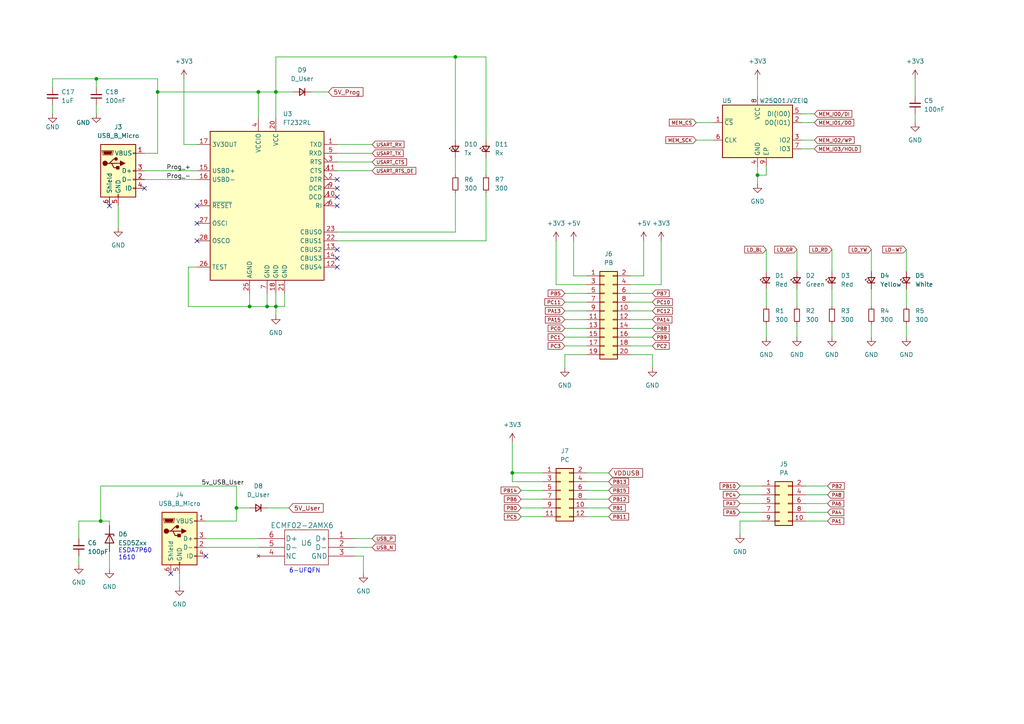
<source format=kicad_sch>
(kicad_sch (version 20211123) (generator eeschema)
  (paper "A4")
  (lib_symbols
    (symbol "Connector:USB_B_Micro" (pin_names (offset 1.016))
      (property "Reference" "J" (at -5.08 11.43 0))
      (property "Value" "USB_B_Micro" (at -5.08 8.89 0))
      (symbol "USB_B_Micro_0_1"
        (rectangle (start -5.08 -7.62) (end 5.08 7.62) (stroke (width 0.254)) (fill (type background)))
        (circle (center -3.81 2.159) (radius 0.635) (stroke (width 0.254)) (fill (type outline)))
        (circle (center -0.635 3.429) (radius 0.381) (stroke (width 0.254)) (fill (type outline)))
        (rectangle (start -0.127 -7.62) (end 0.127 -6.858))
        (polyline (pts (xy -1.905 2.159) (xy 0.635 2.159)) (stroke (width 0.254)))
        (polyline (pts (xy -3.175 2.159) (xy -2.54 2.159) (xy -1.27 3.429) (xy -0.635 3.429)) (stroke (width 0.254)))
        (polyline (pts (xy -2.54 2.159) (xy -1.905 2.159) (xy -1.27 0.889) (xy 0 0.889)) (stroke (width 0.254)))
        (polyline (pts (xy 0.635 2.794) (xy 0.635 1.524) (xy 1.905 2.159) (xy 0.635 2.794)) (stroke (width 0.254)) (fill (type outline)))
        (polyline (pts (xy -4.318 5.588) (xy -1.778 5.588) (xy -2.032 4.826) (xy -4.064 4.826) (xy -4.318 5.588)) (fill (type outline)))
        (polyline (pts (xy -4.699 5.842) (xy -4.699 5.588) (xy -4.445 4.826) (xy -4.445 4.572) (xy -1.651 4.572) (xy -1.651 4.826) (xy -1.397 5.588) (xy -1.397 5.842) (xy -4.699 5.842)))
        (rectangle (start 0.254 1.27) (end -0.508 0.508) (stroke (width 0.254)) (fill (type outline)))
        (rectangle (start 5.08 -5.207) (end 4.318 -4.953))
        (rectangle (start 5.08 -2.667) (end 4.318 -2.413))
        (rectangle (start 5.08 -0.127) (end 4.318 0.127))
        (rectangle (start 5.08 4.953) (end 4.318 5.207))
      )
      (symbol "USB_B_Micro_1_1"
        (pin power_out line (at 7.62 5.08 180) (length 2.54) (name "VBUS") (number "1"))
        (pin bidirectional line (at 7.62 -2.54 180) (length 2.54) (name "D-") (number "2"))
        (pin bidirectional line (at 7.62 0 180) (length 2.54) (name "D+") (number "3"))
        (pin passive line (at 7.62 -5.08 180) (length 2.54) (name "ID") (number "4"))
        (pin power_out line (at 0 -10.16 90) (length 2.54) (name "GND") (number "5"))
        (pin passive line (at -2.54 -10.16 90) (length 2.54) (name "Shield") (number "6"))
      )
    )
    (symbol "Connector_Generic:Conn_02x05_Odd_Even" (pin_names (offset 1.016) hide)
      (property "Reference" "J" (at 1.27 7.62 0))
      (property "Value" "Conn_02x05_Odd_Even" (at 1.27 -7.62 0))
      (symbol "Conn_02x05_Odd_Even_1_1"
        (rectangle (start -1.27 -4.953) (end 0 -5.207) (stroke (width 0.1524)))
        (rectangle (start -1.27 -2.413) (end 0 -2.667) (stroke (width 0.1524)))
        (rectangle (start -1.27 0.127) (end 0 -0.127) (stroke (width 0.1524)))
        (rectangle (start -1.27 2.667) (end 0 2.413) (stroke (width 0.1524)))
        (rectangle (start -1.27 5.207) (end 0 4.953) (stroke (width 0.1524)))
        (rectangle (start -1.27 6.35) (end 3.81 -6.35) (stroke (width 0.254)) (fill (type background)))
        (rectangle (start 3.81 -4.953) (end 2.54 -5.207) (stroke (width 0.1524)))
        (rectangle (start 3.81 -2.413) (end 2.54 -2.667) (stroke (width 0.1524)))
        (rectangle (start 3.81 0.127) (end 2.54 -0.127) (stroke (width 0.1524)))
        (rectangle (start 3.81 2.667) (end 2.54 2.413) (stroke (width 0.1524)))
        (rectangle (start 3.81 5.207) (end 2.54 4.953) (stroke (width 0.1524)))
        (pin passive line (at -5.08 5.08 0) (length 3.81) (name "Pin_1") (number "1"))
        (pin passive line (at 7.62 -5.08 180) (length 3.81) (name "Pin_10") (number "10"))
        (pin passive line (at 7.62 5.08 180) (length 3.81) (name "Pin_2") (number "2"))
        (pin passive line (at -5.08 2.54 0) (length 3.81) (name "Pin_3") (number "3"))
        (pin passive line (at 7.62 2.54 180) (length 3.81) (name "Pin_4") (number "4"))
        (pin passive line (at -5.08 0 0) (length 3.81) (name "Pin_5") (number "5"))
        (pin passive line (at 7.62 0 180) (length 3.81) (name "Pin_6") (number "6"))
        (pin passive line (at -5.08 -2.54 0) (length 3.81) (name "Pin_7") (number "7"))
        (pin passive line (at 7.62 -2.54 180) (length 3.81) (name "Pin_8") (number "8"))
        (pin passive line (at -5.08 -5.08 0) (length 3.81) (name "Pin_9") (number "9"))
      )
    )
    (symbol "Connector_Generic:Conn_02x06_Odd_Even" (pin_names (offset 1.016) hide)
      (property "Reference" "J" (at 1.27 7.62 0))
      (property "Value" "Conn_02x06_Odd_Even" (at 1.27 -10.16 0))
      (symbol "Conn_02x06_Odd_Even_1_1"
        (rectangle (start -1.27 -7.493) (end 0 -7.747) (stroke (width 0.1524)))
        (rectangle (start -1.27 -4.953) (end 0 -5.207) (stroke (width 0.1524)))
        (rectangle (start -1.27 -2.413) (end 0 -2.667) (stroke (width 0.1524)))
        (rectangle (start -1.27 0.127) (end 0 -0.127) (stroke (width 0.1524)))
        (rectangle (start -1.27 2.667) (end 0 2.413) (stroke (width 0.1524)))
        (rectangle (start -1.27 5.207) (end 0 4.953) (stroke (width 0.1524)))
        (rectangle (start -1.27 6.35) (end 3.81 -8.89) (stroke (width 0.254)) (fill (type background)))
        (rectangle (start 3.81 -7.493) (end 2.54 -7.747) (stroke (width 0.1524)))
        (rectangle (start 3.81 -4.953) (end 2.54 -5.207) (stroke (width 0.1524)))
        (rectangle (start 3.81 -2.413) (end 2.54 -2.667) (stroke (width 0.1524)))
        (rectangle (start 3.81 0.127) (end 2.54 -0.127) (stroke (width 0.1524)))
        (rectangle (start 3.81 2.667) (end 2.54 2.413) (stroke (width 0.1524)))
        (rectangle (start 3.81 5.207) (end 2.54 4.953) (stroke (width 0.1524)))
        (pin passive line (at -5.08 5.08 0) (length 3.81) (name "Pin_1") (number "1"))
        (pin passive line (at 7.62 -5.08 180) (length 3.81) (name "Pin_10") (number "10"))
        (pin passive line (at -5.08 -7.62 0) (length 3.81) (name "Pin_11") (number "11"))
        (pin passive line (at 7.62 -7.62 180) (length 3.81) (name "Pin_12") (number "12"))
        (pin passive line (at 7.62 5.08 180) (length 3.81) (name "Pin_2") (number "2"))
        (pin passive line (at -5.08 2.54 0) (length 3.81) (name "Pin_3") (number "3"))
        (pin passive line (at 7.62 2.54 180) (length 3.81) (name "Pin_4") (number "4"))
        (pin passive line (at -5.08 0 0) (length 3.81) (name "Pin_5") (number "5"))
        (pin passive line (at 7.62 0 180) (length 3.81) (name "Pin_6") (number "6"))
        (pin passive line (at -5.08 -2.54 0) (length 3.81) (name "Pin_7") (number "7"))
        (pin passive line (at 7.62 -2.54 180) (length 3.81) (name "Pin_8") (number "8"))
        (pin passive line (at -5.08 -5.08 0) (length 3.81) (name "Pin_9") (number "9"))
      )
    )
    (symbol "Connector_Generic:Conn_02x10_Odd_Even" (pin_names (offset 1.016) hide)
      (property "Reference" "J" (at 1.27 12.7 0))
      (property "Value" "Conn_02x10_Odd_Even" (at 1.27 -15.24 0))
      (symbol "Conn_02x10_Odd_Even_1_1"
        (rectangle (start -1.27 -12.573) (end 0 -12.827) (stroke (width 0.1524)))
        (rectangle (start -1.27 -10.033) (end 0 -10.287) (stroke (width 0.1524)))
        (rectangle (start -1.27 -7.493) (end 0 -7.747) (stroke (width 0.1524)))
        (rectangle (start -1.27 -4.953) (end 0 -5.207) (stroke (width 0.1524)))
        (rectangle (start -1.27 -2.413) (end 0 -2.667) (stroke (width 0.1524)))
        (rectangle (start -1.27 0.127) (end 0 -0.127) (stroke (width 0.1524)))
        (rectangle (start -1.27 2.667) (end 0 2.413) (stroke (width 0.1524)))
        (rectangle (start -1.27 5.207) (end 0 4.953) (stroke (width 0.1524)))
        (rectangle (start -1.27 7.747) (end 0 7.493) (stroke (width 0.1524)))
        (rectangle (start -1.27 10.287) (end 0 10.033) (stroke (width 0.1524)))
        (rectangle (start -1.27 11.43) (end 3.81 -13.97) (stroke (width 0.254)) (fill (type background)))
        (rectangle (start 3.81 -12.573) (end 2.54 -12.827) (stroke (width 0.1524)))
        (rectangle (start 3.81 -10.033) (end 2.54 -10.287) (stroke (width 0.1524)))
        (rectangle (start 3.81 -7.493) (end 2.54 -7.747) (stroke (width 0.1524)))
        (rectangle (start 3.81 -4.953) (end 2.54 -5.207) (stroke (width 0.1524)))
        (rectangle (start 3.81 -2.413) (end 2.54 -2.667) (stroke (width 0.1524)))
        (rectangle (start 3.81 0.127) (end 2.54 -0.127) (stroke (width 0.1524)))
        (rectangle (start 3.81 2.667) (end 2.54 2.413) (stroke (width 0.1524)))
        (rectangle (start 3.81 5.207) (end 2.54 4.953) (stroke (width 0.1524)))
        (rectangle (start 3.81 7.747) (end 2.54 7.493) (stroke (width 0.1524)))
        (rectangle (start 3.81 10.287) (end 2.54 10.033) (stroke (width 0.1524)))
        (pin passive line (at -5.08 10.16 0) (length 3.81) (name "Pin_1") (number "1"))
        (pin passive line (at 7.62 0 180) (length 3.81) (name "Pin_10") (number "10"))
        (pin passive line (at -5.08 -2.54 0) (length 3.81) (name "Pin_11") (number "11"))
        (pin passive line (at 7.62 -2.54 180) (length 3.81) (name "Pin_12") (number "12"))
        (pin passive line (at -5.08 -5.08 0) (length 3.81) (name "Pin_13") (number "13"))
        (pin passive line (at 7.62 -5.08 180) (length 3.81) (name "Pin_14") (number "14"))
        (pin passive line (at -5.08 -7.62 0) (length 3.81) (name "Pin_15") (number "15"))
        (pin passive line (at 7.62 -7.62 180) (length 3.81) (name "Pin_16") (number "16"))
        (pin passive line (at -5.08 -10.16 0) (length 3.81) (name "Pin_17") (number "17"))
        (pin passive line (at 7.62 -10.16 180) (length 3.81) (name "Pin_18") (number "18"))
        (pin passive line (at -5.08 -12.7 0) (length 3.81) (name "Pin_19") (number "19"))
        (pin passive line (at 7.62 10.16 180) (length 3.81) (name "Pin_2") (number "2"))
        (pin passive line (at 7.62 -12.7 180) (length 3.81) (name "Pin_20") (number "20"))
        (pin passive line (at -5.08 7.62 0) (length 3.81) (name "Pin_3") (number "3"))
        (pin passive line (at 7.62 7.62 180) (length 3.81) (name "Pin_4") (number "4"))
        (pin passive line (at -5.08 5.08 0) (length 3.81) (name "Pin_5") (number "5"))
        (pin passive line (at 7.62 5.08 180) (length 3.81) (name "Pin_6") (number "6"))
        (pin passive line (at -5.08 2.54 0) (length 3.81) (name "Pin_7") (number "7"))
        (pin passive line (at 7.62 2.54 180) (length 3.81) (name "Pin_8") (number "8"))
        (pin passive line (at -5.08 0 0) (length 3.81) (name "Pin_9") (number "9"))
      )
    )
    (symbol "Device:C_Small" (pin_numbers hide) (pin_names (offset 0.254) hide)
      (property "Reference" "C" (at 0.254 1.778 0))
      (property "Value" "C_Small" (at 0.254 -2.032 0))
      (symbol "C_Small_0_1"
        (polyline (pts (xy -1.524 -0.508) (xy 1.524 -0.508)) (stroke (width 0.3302)))
        (polyline (pts (xy -1.524 0.508) (xy 1.524 0.508)) (stroke (width 0.3048)))
      )
      (symbol "C_Small_1_1"
        (pin passive line (at 0 2.54 270) (length 2.032) (name "~") (number "1"))
        (pin passive line (at 0 -2.54 90) (length 2.032) (name "~") (number "2"))
      )
    )
    (symbol "Device:D_Small" (pin_numbers hide) (pin_names (offset 0.254) hide)
      (property "Reference" "D" (at -1.27 2.032 0))
      (property "Value" "D_Small" (at -3.81 -2.032 0))
      (symbol "D_Small_0_1"
        (polyline (pts (xy -0.762 -1.016) (xy -0.762 1.016)) (stroke (width 0.254)))
        (polyline (pts (xy -0.762 0) (xy 0.762 0)))
        (polyline (pts (xy 0.762 -1.016) (xy -0.762 0) (xy 0.762 1.016) (xy 0.762 -1.016)) (stroke (width 0.254)))
      )
      (symbol "D_Small_1_1"
        (pin passive line (at -2.54 0 0) (length 1.778) (name "K") (number "1"))
        (pin passive line (at 2.54 0 180) (length 1.778) (name "A") (number "2"))
      )
    )
    (symbol "Device:LED_Small" (pin_numbers hide) (pin_names (offset 0.254) hide)
      (property "Reference" "D" (at -1.27 3.175 0))
      (property "Value" "LED_Small" (at -4.445 -2.54 0))
      (symbol "LED_Small_0_1"
        (polyline (pts (xy -0.762 -1.016) (xy -0.762 1.016)) (stroke (width 0.254)))
        (polyline (pts (xy 1.016 0) (xy -0.762 0)))
        (polyline (pts (xy 0.762 -1.016) (xy -0.762 0) (xy 0.762 1.016) (xy 0.762 -1.016)) (stroke (width 0.254)))
        (polyline (pts (xy 0 0.762) (xy -0.508 1.27) (xy -0.254 1.27) (xy -0.508 1.27) (xy -0.508 1.016)))
        (polyline (pts (xy 0.508 1.27) (xy 0 1.778) (xy 0.254 1.778) (xy 0 1.778) (xy 0 1.524)))
      )
      (symbol "LED_Small_1_1"
        (pin passive line (at -2.54 0 0) (length 1.778) (name "K") (number "1"))
        (pin passive line (at 2.54 0 180) (length 1.778) (name "A") (number "2"))
      )
    )
    (symbol "Device:R_Small" (pin_numbers hide) (pin_names (offset 0.254) hide)
      (property "Reference" "R" (at 0.762 0.508 0))
      (property "Value" "R_Small" (at 0.762 -1.016 0))
      (symbol "R_Small_0_1"
        (rectangle (start -0.762 1.778) (end 0.762 -1.778) (stroke (width 0.2032)))
      )
      (symbol "R_Small_1_1"
        (pin passive line (at 0 2.54 270) (length 0.762) (name "~") (number "1"))
        (pin passive line (at 0 -2.54 90) (length 0.762) (name "~") (number "2"))
      )
    )
    (symbol "Diode:ESD5Zxx" (pin_numbers hide) (pin_names hide)
      (property "Reference" "D" (at 0 2.54 0))
      (property "Value" "ESD5Zxx" (at 0 -2.54 0))
      (symbol "ESD5Zxx_0_1"
        (polyline (pts (xy 1.27 0) (xy -1.27 0)))
        (polyline (pts (xy -1.27 -1.27) (xy -1.27 1.27) (xy -0.762 1.27)) (stroke (width 0.254)))
        (polyline (pts (xy 1.27 -1.27) (xy 1.27 1.27) (xy -1.27 0) (xy 1.27 -1.27)) (stroke (width 0.254)))
      )
      (symbol "ESD5Zxx_1_1"
        (pin passive line (at -3.81 0 0) (length 2.54) (name "K") (number "1"))
        (pin passive line (at 3.81 0 180) (length 2.54) (name "A") (number "2"))
      )
    )
    (symbol "ECMF02-2AMX6:ECMF02-2AMX6" (pin_names (offset 0.254))
      (property "Reference" "U" (at 13.97 6.35 0))
      (property "Value" "ECMF02-2AMX6" (at 13.97 3.81 0))
      (symbol "ECMF02-2AMX6_1_1"
        (rectangle (start 7.62 0) (end 20.32 -10.16))
        (pin unspecified line (at 0 -2.54 0) (length 7.62) (name "D+") (number "1"))
        (pin bidirectional line (at 0 -5.08 0) (length 7.62) (name "D-") (number "2"))
        (pin power_in line (at 0 -7.62 0) (length 7.62) (name "GND") (number "3"))
        (pin no_connect line (at 27.94 -7.62 180) (length 7.62) (name "NC") (number "4"))
        (pin bidirectional line (at 27.94 -5.08 180) (length 7.62) (name "D-") (number "5"))
        (pin unspecified line (at 27.94 -2.54 180) (length 7.62) (name "D+") (number "6"))
      )
    )
    (symbol "Interface_USB:FT232RL"
      (property "Reference" "U" (at -16.51 22.86 0))
      (property "Value" "FT232RL" (at 10.16 22.86 0))
      (symbol "FT232RL_0_1"
        (rectangle (start -16.51 21.59) (end 16.51 -21.59) (stroke (width 0.254)) (fill (type background)))
      )
      (symbol "FT232RL_1_1"
        (pin output line (at 20.32 17.78 180) (length 3.81) (name "TXD") (number "1"))
        (pin input input_low (at 20.32 2.54 180) (length 3.81) (name "DCD") (number "10"))
        (pin input input_low (at 20.32 10.16 180) (length 3.81) (name "CTS") (number "11"))
        (pin bidirectional line (at 20.32 -17.78 180) (length 3.81) (name "CBUS4") (number "12"))
        (pin bidirectional line (at 20.32 -12.7 180) (length 3.81) (name "CBUS2") (number "13"))
        (pin bidirectional line (at 20.32 -15.24 180) (length 3.81) (name "CBUS3") (number "14"))
        (pin bidirectional line (at -20.32 10.16 0) (length 3.81) (name "USBD+") (number "15"))
        (pin bidirectional line (at -20.32 7.62 0) (length 3.81) (name "USBD-") (number "16"))
        (pin power_out line (at -20.32 17.78 0) (length 3.81) (name "3V3OUT") (number "17"))
        (pin power_in line (at 2.54 -25.4 90) (length 3.81) (name "GND") (number "18"))
        (pin input line (at -20.32 0 0) (length 3.81) (name "~{RESET}") (number "19"))
        (pin output output_low (at 20.32 7.62 180) (length 3.81) (name "DTR") (number "2"))
        (pin power_in line (at 2.54 25.4 270) (length 3.81) (name "VCC") (number "20"))
        (pin power_in line (at 5.08 -25.4 90) (length 3.81) (name "GND") (number "21"))
        (pin bidirectional line (at 20.32 -10.16 180) (length 3.81) (name "CBUS1") (number "22"))
        (pin bidirectional line (at 20.32 -7.62 180) (length 3.81) (name "CBUS0") (number "23"))
        (pin power_in line (at -5.08 -25.4 90) (length 3.81) (name "AGND") (number "25"))
        (pin input line (at -20.32 -17.78 0) (length 3.81) (name "TEST") (number "26"))
        (pin input line (at -20.32 -5.08 0) (length 3.81) (name "OSCI") (number "27"))
        (pin output line (at -20.32 -10.16 0) (length 3.81) (name "OSCO") (number "28"))
        (pin output output_low (at 20.32 12.7 180) (length 3.81) (name "RTS") (number "3"))
        (pin power_in line (at -2.54 25.4 270) (length 3.81) (name "VCCIO") (number "4"))
        (pin input line (at 20.32 15.24 180) (length 3.81) (name "RXD") (number "5"))
        (pin input input_low (at 20.32 0 180) (length 3.81) (name "RI") (number "6"))
        (pin power_in line (at 0 -25.4 90) (length 3.81) (name "GND") (number "7"))
        (pin input input_low (at 20.32 5.08 180) (length 3.81) (name "DCR") (number "9"))
      )
    )
    (symbol "Memory_Flash:W25Q32JVZP"
      (property "Reference" "U" (at -8.89 8.89 0))
      (property "Value" "W25Q32JVZP" (at 7.62 8.89 0))
      (symbol "W25Q32JVZP_0_1"
        (rectangle (start -10.16 7.62) (end 10.16 -7.62) (stroke (width 0.254)) (fill (type background)))
      )
      (symbol "W25Q32JVZP_1_1"
        (pin input line (at -12.7 2.54 0) (length 2.54) (name "~{CS}") (number "1"))
        (pin bidirectional line (at 12.7 2.54 180) (length 2.54) (name "DO(IO1)") (number "2"))
        (pin bidirectional line (at 12.7 -2.54 180) (length 2.54) (name "IO2") (number "3"))
        (pin power_in line (at 0 -10.16 90) (length 2.54) (name "GND") (number "4"))
        (pin bidirectional line (at 12.7 5.08 180) (length 2.54) (name "DI(IO0)") (number "5"))
        (pin input line (at -12.7 -2.54 0) (length 2.54) (name "CLK") (number "6"))
        (pin bidirectional line (at 12.7 -5.08 180) (length 2.54) (name "IO3") (number "7"))
        (pin power_in line (at 0 10.16 270) (length 2.54) (name "VCC") (number "8"))
        (pin passive line (at 2.54 -10.16 90) (length 2.54) (name "EP") (number "9"))
      )
    )
    (symbol "power:+3V3" (power) (pin_names (offset 0))
      (property "Value" "+3V3" (at 0 3.556 0))
      (symbol "+3V3_0_1"
        (polyline (pts (xy -0.762 1.27) (xy 0 2.54)))
        (polyline (pts (xy 0 0) (xy 0 2.54)))
        (polyline (pts (xy 0 2.54) (xy 0.762 1.27)))
      )
      (symbol "+3V3_1_1"
        (pin power_in line (at 0 0 90) (length 0) hide (name "+3V3") (number "1"))
      )
    )
    (symbol "power:+5V" (power) (pin_names (offset 0))
      (property "Value" "+5V" (at 0 3.556 0))
      (symbol "+5V_0_1"
        (polyline (pts (xy -0.762 1.27) (xy 0 2.54)))
        (polyline (pts (xy 0 0) (xy 0 2.54)))
        (polyline (pts (xy 0 2.54) (xy 0.762 1.27)))
      )
      (symbol "+5V_1_1"
        (pin power_in line (at 0 0 90) (length 0) hide (name "+5V") (number "1"))
      )
    )
    (symbol "power:GND" (power) (pin_names (offset 0))
      (property "Value" "GND" (at 0 -3.81 0))
      (symbol "GND_0_1"
        (polyline (pts (xy 0 0) (xy 0 -1.27) (xy 1.27 -1.27) (xy 0 -2.54) (xy -1.27 -1.27) (xy 0 -1.27)))
      )
      (symbol "GND_1_1"
        (pin power_in line (at 0 0 270) (length 0) hide (name "GND") (number "1"))
      )
    )
  )
  (junction (at 148.59 137.16))
  (junction (at 72.39 88.9))
  (junction (at 27.94 22.86))
  (junction (at 80.01 26.67))
  (junction (at 80.01 88.9))
  (junction (at 68.58 147.32))
  (junction (at 77.47 88.9))
  (junction (at 219.71 50.8))
  (junction (at 29.21 151.13))
  (junction (at 45.72 26.67))
  (junction (at 132.08 16.51))
  (junction (at 74.93 26.67))
  (no_connect (at 97.79 57.15))
  (no_connect (at 49.53 166.37))
  (no_connect (at 97.79 52.07))
  (no_connect (at 57.15 69.85))
  (no_connect (at 97.79 54.61))
  (no_connect (at 97.79 77.47))
  (no_connect (at 31.75 59.69))
  (no_connect (at 57.15 59.69))
  (no_connect (at 41.91 54.61))
  (no_connect (at 97.79 74.93))
  (no_connect (at 57.15 64.77))
  (no_connect (at 59.69 161.29))
  (no_connect (at 97.79 72.39))
  (no_connect (at 97.79 59.69))
  (wire (pts (xy 214.63 146.05) (xy 220.98 146.05)))
  (wire (pts (xy 219.71 48.26) (xy 219.71 50.8)))
  (wire (pts (xy 22.86 161.29) (xy 22.86 163.83)))
  (wire (pts (xy 241.3 72.39) (xy 241.3 78.74)))
  (wire (pts (xy 214.63 148.59) (xy 220.98 148.59)))
  (wire (pts (xy 68.58 140.97) (xy 68.58 147.32)))
  (wire (pts (xy 22.86 151.13) (xy 22.86 156.21)))
  (wire (pts (xy 163.83 90.17) (xy 170.18 90.17)))
  (wire (pts (xy 45.72 22.86) (xy 27.94 22.86)))
  (wire (pts (xy 214.63 151.13) (xy 220.98 151.13)))
  (wire (pts (xy 163.83 100.33) (xy 170.18 100.33)))
  (wire (pts (xy 214.63 151.13) (xy 214.63 154.94)))
  (wire (pts (xy 54.61 88.9) (xy 54.61 77.47)))
  (wire (pts (xy 182.88 90.17) (xy 189.23 90.17)))
  (wire (pts (xy 233.68 146.05) (xy 240.03 146.05)))
  (wire (pts (xy 222.25 83.82) (xy 222.25 88.9)))
  (wire (pts (xy 41.91 52.07) (xy 57.15 52.07)))
  (wire (pts (xy 265.43 22.86) (xy 265.43 27.94)))
  (wire (pts (xy 262.89 72.39) (xy 262.89 78.74)))
  (wire (pts (xy 151.13 147.32) (xy 157.48 147.32)))
  (wire (pts (xy 182.88 82.55) (xy 191.77 82.55)))
  (wire (pts (xy 68.58 147.32) (xy 72.39 147.32)))
  (wire (pts (xy 54.61 77.47) (xy 57.15 77.47)))
  (wire (pts (xy 222.25 93.98) (xy 222.25 97.79)))
  (wire (pts (xy 232.41 33.02) (xy 236.22 33.02)))
  (wire (pts (xy 105.41 161.29) (xy 105.41 166.37)))
  (wire (pts (xy 232.41 40.64) (xy 236.22 40.64)))
  (wire (pts (xy 262.89 83.82) (xy 262.89 88.9)))
  (wire (pts (xy 140.97 55.88) (xy 140.97 69.85)))
  (wire (pts (xy 252.73 93.98) (xy 252.73 97.79)))
  (wire (pts (xy 163.83 85.09) (xy 170.18 85.09)))
  (wire (pts (xy 170.18 147.32) (xy 176.53 147.32)))
  (wire (pts (xy 45.72 26.67) (xy 74.93 26.67)))
  (wire (pts (xy 53.34 22.86) (xy 53.34 41.91)))
  (wire (pts (xy 182.88 100.33) (xy 189.23 100.33)))
  (wire (pts (xy 31.75 151.13) (xy 31.75 152.4)))
  (wire (pts (xy 148.59 139.7) (xy 148.59 137.16)))
  (wire (pts (xy 182.88 85.09) (xy 189.23 85.09)))
  (wire (pts (xy 31.75 160.02) (xy 31.75 165.1)))
  (wire (pts (xy 262.89 93.98) (xy 262.89 97.79)))
  (wire (pts (xy 151.13 142.24) (xy 157.48 142.24)))
  (wire (pts (xy 15.24 30.48) (xy 15.24 33.02)))
  (wire (pts (xy 233.68 143.51) (xy 240.03 143.51)))
  (wire (pts (xy 233.68 140.97) (xy 240.03 140.97)))
  (wire (pts (xy 182.88 95.25) (xy 189.23 95.25)))
  (wire (pts (xy 163.83 102.87) (xy 163.83 106.68)))
  (wire (pts (xy 182.88 80.01) (xy 186.69 80.01)))
  (wire (pts (xy 59.69 156.21) (xy 74.93 156.21)))
  (wire (pts (xy 166.37 69.85) (xy 166.37 80.01)))
  (wire (pts (xy 241.3 83.82) (xy 241.3 88.9)))
  (wire (pts (xy 189.23 102.87) (xy 189.23 106.68)))
  (wire (pts (xy 80.01 88.9) (xy 82.55 88.9)))
  (wire (pts (xy 77.47 88.9) (xy 80.01 88.9)))
  (wire (pts (xy 140.97 45.72) (xy 140.97 50.8)))
  (wire (pts (xy 222.25 72.39) (xy 222.25 78.74)))
  (wire (pts (xy 170.18 142.24) (xy 176.53 142.24)))
  (wire (pts (xy 170.18 144.78) (xy 176.53 144.78)))
  (wire (pts (xy 77.47 85.09) (xy 77.47 88.9)))
  (wire (pts (xy 151.13 149.86) (xy 157.48 149.86)))
  (wire (pts (xy 232.41 43.18) (xy 236.22 43.18)))
  (wire (pts (xy 222.25 50.8) (xy 222.25 48.26)))
  (wire (pts (xy 74.93 26.67) (xy 80.01 26.67)))
  (wire (pts (xy 132.08 55.88) (xy 132.08 67.31)))
  (wire (pts (xy 148.59 137.16) (xy 148.59 128.27)))
  (wire (pts (xy 41.91 49.53) (xy 57.15 49.53)))
  (wire (pts (xy 97.79 41.91) (xy 107.95 41.91)))
  (wire (pts (xy 163.83 102.87) (xy 170.18 102.87)))
  (wire (pts (xy 57.15 41.91) (xy 53.34 41.91)))
  (wire (pts (xy 80.01 85.09) (xy 80.01 88.9)))
  (wire (pts (xy 201.93 35.56) (xy 207.01 35.56)))
  (wire (pts (xy 77.47 147.32) (xy 83.82 147.32)))
  (wire (pts (xy 151.13 144.78) (xy 157.48 144.78)))
  (wire (pts (xy 161.29 69.85) (xy 161.29 82.55)))
  (wire (pts (xy 252.73 72.39) (xy 252.73 78.74)))
  (wire (pts (xy 59.69 158.75) (xy 74.93 158.75)))
  (wire (pts (xy 15.24 22.86) (xy 27.94 22.86)))
  (wire (pts (xy 97.79 69.85) (xy 140.97 69.85)))
  (wire (pts (xy 140.97 16.51) (xy 132.08 16.51)))
  (wire (pts (xy 231.14 93.98) (xy 231.14 97.79)))
  (wire (pts (xy 29.21 140.97) (xy 29.21 151.13)))
  (wire (pts (xy 231.14 83.82) (xy 231.14 88.9)))
  (wire (pts (xy 80.01 26.67) (xy 85.09 26.67)))
  (wire (pts (xy 148.59 137.16) (xy 157.48 137.16)))
  (wire (pts (xy 59.69 151.13) (xy 68.58 151.13)))
  (wire (pts (xy 97.79 44.45) (xy 107.95 44.45)))
  (wire (pts (xy 186.69 69.85) (xy 186.69 80.01)))
  (wire (pts (xy 132.08 16.51) (xy 80.01 16.51)))
  (wire (pts (xy 72.39 85.09) (xy 72.39 88.9)))
  (wire (pts (xy 102.87 161.29) (xy 105.41 161.29)))
  (wire (pts (xy 80.01 26.67) (xy 80.01 34.29)))
  (wire (pts (xy 74.93 26.67) (xy 74.93 34.29)))
  (wire (pts (xy 232.41 35.56) (xy 236.22 35.56)))
  (wire (pts (xy 45.72 26.67) (xy 45.72 22.86)))
  (wire (pts (xy 214.63 140.97) (xy 220.98 140.97)))
  (wire (pts (xy 45.72 26.67) (xy 45.72 44.45)))
  (wire (pts (xy 82.55 88.9) (xy 82.55 85.09)))
  (wire (pts (xy 102.87 158.75) (xy 107.95 158.75)))
  (wire (pts (xy 219.71 22.86) (xy 219.71 27.94)))
  (wire (pts (xy 219.71 50.8) (xy 222.25 50.8)))
  (wire (pts (xy 157.48 139.7) (xy 148.59 139.7)))
  (wire (pts (xy 170.18 139.7) (xy 176.53 139.7)))
  (wire (pts (xy 80.01 16.51) (xy 80.01 26.67)))
  (wire (pts (xy 170.18 137.16) (xy 176.53 137.16)))
  (wire (pts (xy 27.94 30.48) (xy 27.94 33.02)))
  (wire (pts (xy 233.68 151.13) (xy 240.03 151.13)))
  (wire (pts (xy 68.58 140.97) (xy 29.21 140.97)))
  (wire (pts (xy 34.29 59.69) (xy 34.29 66.04)))
  (wire (pts (xy 132.08 16.51) (xy 132.08 40.64)))
  (wire (pts (xy 90.17 26.67) (xy 95.25 26.67)))
  (wire (pts (xy 132.08 45.72) (xy 132.08 50.8)))
  (wire (pts (xy 15.24 22.86) (xy 15.24 25.4)))
  (wire (pts (xy 97.79 49.53) (xy 107.95 49.53)))
  (wire (pts (xy 201.93 40.64) (xy 207.01 40.64)))
  (wire (pts (xy 29.21 151.13) (xy 31.75 151.13)))
  (wire (pts (xy 52.07 166.37) (xy 52.07 170.18)))
  (wire (pts (xy 182.88 92.71) (xy 189.23 92.71)))
  (wire (pts (xy 182.88 87.63) (xy 189.23 87.63)))
  (wire (pts (xy 22.86 151.13) (xy 29.21 151.13)))
  (wire (pts (xy 97.79 67.31) (xy 132.08 67.31)))
  (wire (pts (xy 170.18 149.86) (xy 176.53 149.86)))
  (wire (pts (xy 163.83 95.25) (xy 170.18 95.25)))
  (wire (pts (xy 27.94 22.86) (xy 27.94 25.4)))
  (wire (pts (xy 163.83 92.71) (xy 170.18 92.71)))
  (wire (pts (xy 265.43 33.02) (xy 265.43 35.56)))
  (wire (pts (xy 102.87 156.21) (xy 107.95 156.21)))
  (wire (pts (xy 191.77 69.85) (xy 191.77 82.55)))
  (wire (pts (xy 219.71 50.8) (xy 219.71 53.34)))
  (wire (pts (xy 182.88 97.79) (xy 189.23 97.79)))
  (wire (pts (xy 68.58 147.32) (xy 68.58 151.13)))
  (wire (pts (xy 214.63 143.51) (xy 220.98 143.51)))
  (wire (pts (xy 241.3 93.98) (xy 241.3 97.79)))
  (wire (pts (xy 182.88 102.87) (xy 189.23 102.87)))
  (wire (pts (xy 72.39 88.9) (xy 77.47 88.9)))
  (wire (pts (xy 161.29 82.55) (xy 170.18 82.55)))
  (wire (pts (xy 97.79 46.99) (xy 107.95 46.99)))
  (wire (pts (xy 80.01 88.9) (xy 80.01 91.44)))
  (wire (pts (xy 231.14 72.39) (xy 231.14 78.74)))
  (wire (pts (xy 41.91 44.45) (xy 45.72 44.45)))
  (wire (pts (xy 72.39 88.9) (xy 54.61 88.9)))
  (wire (pts (xy 252.73 83.82) (xy 252.73 88.9)))
  (wire (pts (xy 163.83 87.63) (xy 170.18 87.63)))
  (wire (pts (xy 166.37 80.01) (xy 170.18 80.01)))
  (wire (pts (xy 163.83 97.79) (xy 170.18 97.79)))
  (wire (pts (xy 233.68 148.59) (xy 240.03 148.59)))
  (wire (pts (xy 140.97 16.51) (xy 140.97 40.64)))
  (text "ESDA7P60\n1610" (at 34.29 162.56 0) (effects (font (size 1.27 1.27)) (justify left bottom)))
  (text "6-UFQFN" (at 83.82 166.37 0) (effects (font (size 1.27 1.27)) (justify left bottom)))
  (label "Prog_+" (at 48.26 49.53 0))
  (label "5v_USB_User" (at 58.42 140.97 0))
  (label "Prog_-" (at 48.26 52.07 0))
  (global_label "PA13" (shape input) (at 163.83 90.17 180) (effects (font (size 1 1))) (property "Intersheet References" "${INTERSHEET_REFS}" (effects hide)))
  (global_label "5V_User" (shape input) (at 83.82 147.32 0) (property "Intersheet References" "${INTERSHEET_REFS}" (effects hide)))
  (global_label "PC0" (shape input) (at 163.83 95.25 180) (effects (font (size 1 1))) (property "Intersheet References" "${INTERSHEET_REFS}" (effects hide)))
  (global_label "PB12" (shape input) (at 176.53 144.78 0) (effects (font (size 1 1))) (property "Intersheet References" "${INTERSHEET_REFS}" (effects hide)))
  (global_label "PC12" (shape input) (at 189.23 90.17 0) (effects (font (size 1 1))) (property "Intersheet References" "${INTERSHEET_REFS}" (effects hide)))
  (global_label "PB8" (shape input) (at 189.23 95.25 0) (effects (font (size 1 1))) (property "Intersheet References" "${INTERSHEET_REFS}" (effects hide)))
  (global_label "MEM_CS" (shape input) (at 201.93 35.56 180) (effects (font (size 1 1))) (property "Intersheet References" "${INTERSHEET_REFS}" (effects hide)))
  (global_label "MEM_SCK" (shape input) (at 201.93 40.64 180) (effects (font (size 1 1))) (property "Intersheet References" "${INTERSHEET_REFS}" (effects hide)))
  (global_label "PB13" (shape input) (at 176.53 139.7 0) (effects (font (size 1 1))) (property "Intersheet References" "${INTERSHEET_REFS}" (effects hide)))
  (global_label "PC2" (shape input) (at 189.23 100.33 0) (effects (font (size 1 1))) (property "Intersheet References" "${INTERSHEET_REFS}" (effects hide)))
  (global_label "PA5" (shape input) (at 214.63 148.59 180) (effects (font (size 1 1))) (property "Intersheet References" "${INTERSHEET_REFS}" (effects hide)))
  (global_label "USART_RTS_DE" (shape input) (at 107.95 49.53 0) (effects (font (size 1 1))) (property "Intersheet References" "${INTERSHEET_REFS}" (effects hide)))
  (global_label "USART_CTS" (shape input) (at 107.95 46.99 0) (effects (font (size 1 1))) (property "Intersheet References" "${INTERSHEET_REFS}" (effects hide)))
  (global_label "USB_N" (shape input) (at 107.95 158.75 0) (effects (font (size 1 1))) (property "Intersheet References" "${INTERSHEET_REFS}" (effects hide)))
  (global_label "PB6" (shape input) (at 151.13 144.78 180) (effects (font (size 1 1))) (property "Intersheet References" "${INTERSHEET_REFS}" (effects hide)))
  (global_label "LD_GR" (shape input) (at 231.14 72.39 180) (effects (font (size 1 1))) (property "Intersheet References" "${INTERSHEET_REFS}" (effects hide)))
  (global_label "USART_RX" (shape input) (at 107.95 41.91 0) (effects (font (size 1 1))) (property "Intersheet References" "${INTERSHEET_REFS}" (effects hide)))
  (global_label "PA15" (shape input) (at 163.83 92.71 180) (effects (font (size 1 1))) (property "Intersheet References" "${INTERSHEET_REFS}" (effects hide)))
  (global_label "PA7" (shape input) (at 214.63 146.05 180) (effects (font (size 1 1))) (property "Intersheet References" "${INTERSHEET_REFS}" (effects hide)))
  (global_label "PB7" (shape input) (at 189.23 85.09 0) (effects (font (size 1 1))) (property "Intersheet References" "${INTERSHEET_REFS}" (effects hide)))
  (global_label "PA14" (shape input) (at 189.23 92.71 0) (effects (font (size 1 1))) (property "Intersheet References" "${INTERSHEET_REFS}" (effects hide)))
  (global_label "PB0" (shape input) (at 151.13 147.32 180) (effects (font (size 1 1))) (property "Intersheet References" "${INTERSHEET_REFS}" (effects hide)))
  (global_label "MEM_IO2{slash}WP" (shape input) (at 236.22 40.64 0) (effects (font (size 1 1))) (property "Intersheet References" "${INTERSHEET_REFS}" (effects hide)))
  (global_label "PB9" (shape input) (at 189.23 97.79 0) (effects (font (size 1 1))) (property "Intersheet References" "${INTERSHEET_REFS}" (effects hide)))
  (global_label "PB10" (shape input) (at 214.63 140.97 180) (effects (font (size 1 1))) (property "Intersheet References" "${INTERSHEET_REFS}" (effects hide)))
  (global_label "PC4" (shape input) (at 214.63 143.51 180) (effects (font (size 1 1))) (property "Intersheet References" "${INTERSHEET_REFS}" (effects hide)))
  (global_label "USB_P" (shape input) (at 107.95 156.21 0) (effects (font (size 1 1))) (property "Intersheet References" "${INTERSHEET_REFS}" (effects hide)))
  (global_label "LD_BL" (shape input) (at 222.25 72.39 180) (effects (font (size 1 1))) (property "Intersheet References" "${INTERSHEET_REFS}" (effects hide)))
  (global_label "PA6" (shape input) (at 240.03 146.05 0) (effects (font (size 1 1))) (property "Intersheet References" "${INTERSHEET_REFS}" (effects hide)))
  (global_label "PB11" (shape input) (at 176.53 149.86 0) (effects (font (size 1 1))) (property "Intersheet References" "${INTERSHEET_REFS}" (effects hide)))
  (global_label "PB2" (shape input) (at 240.03 140.97 0) (effects (font (size 1 1))) (property "Intersheet References" "${INTERSHEET_REFS}" (effects hide)))
  (global_label "VDDUSB" (shape input) (at 176.53 137.16 0) (property "Intersheet References" "${INTERSHEET_REFS}" (effects hide)))
  (global_label "PC11" (shape input) (at 163.83 87.63 180) (effects (font (size 1 1))) (property "Intersheet References" "${INTERSHEET_REFS}" (effects hide)))
  (global_label "PA1" (shape input) (at 240.03 151.13 0) (effects (font (size 1 1))) (property "Intersheet References" "${INTERSHEET_REFS}" (effects hide)))
  (global_label "PB5" (shape input) (at 163.83 85.09 180) (effects (font (size 1 1))) (property "Intersheet References" "${INTERSHEET_REFS}" (effects hide)))
  (global_label "PB15" (shape input) (at 176.53 142.24 0) (effects (font (size 1 1))) (property "Intersheet References" "${INTERSHEET_REFS}" (effects hide)))
  (global_label "PA8" (shape input) (at 240.03 143.51 0) (effects (font (size 1 1))) (property "Intersheet References" "${INTERSHEET_REFS}" (effects hide)))
  (global_label "PB14" (shape input) (at 151.13 142.24 180) (effects (font (size 1 1))) (property "Intersheet References" "${INTERSHEET_REFS}" (effects hide)))
  (global_label "PC1" (shape input) (at 163.83 97.79 180) (effects (font (size 1 1))) (property "Intersheet References" "${INTERSHEET_REFS}" (effects hide)))
  (global_label "MEM_IO3{slash}HOLD" (shape input) (at 236.22 43.18 0) (effects (font (size 1 1))) (property "Intersheet References" "${INTERSHEET_REFS}" (effects hide)))
  (global_label "PB1" (shape input) (at 176.53 147.32 0) (effects (font (size 1 1))) (property "Intersheet References" "${INTERSHEET_REFS}" (effects hide)))
  (global_label "PC5" (shape input) (at 151.13 149.86 180) (effects (font (size 1 1))) (property "Intersheet References" "${INTERSHEET_REFS}" (effects hide)))
  (global_label "LD_YW" (shape input) (at 252.73 72.39 180) (effects (font (size 1 1))) (property "Intersheet References" "${INTERSHEET_REFS}" (effects hide)))
  (global_label "PC10" (shape input) (at 189.23 87.63 0) (effects (font (size 1 1))) (property "Intersheet References" "${INTERSHEET_REFS}" (effects hide)))
  (global_label "MEM_IO0{slash}DI" (shape input) (at 236.22 33.02 0) (effects (font (size 1 1))) (property "Intersheet References" "${INTERSHEET_REFS}" (effects hide)))
  (global_label "PC3" (shape input) (at 163.83 100.33 180) (effects (font (size 1 1))) (property "Intersheet References" "${INTERSHEET_REFS}" (effects hide)))
  (global_label "PA4" (shape input) (at 240.03 148.59 0) (effects (font (size 1 1))) (property "Intersheet References" "${INTERSHEET_REFS}" (effects hide)))
  (global_label "LD_RD" (shape input) (at 241.3 72.39 180) (effects (font (size 1 1))) (property "Intersheet References" "${INTERSHEET_REFS}" (effects hide)))
  (global_label "MEM_IO1{slash}DO" (shape input) (at 236.22 35.56 0) (effects (font (size 1 1))) (property "Intersheet References" "${INTERSHEET_REFS}" (effects hide)))
  (global_label "5V_Prog" (shape input) (at 95.25 26.67 0) (property "Intersheet References" "${INTERSHEET_REFS}" (effects hide)))
  (global_label "USART_TX" (shape input) (at 107.95 44.45 0) (effects (font (size 1 1))) (property "Intersheet References" "${INTERSHEET_REFS}" (effects hide)))
  (global_label "LD-WT" (shape input) (at 262.89 72.39 180) (effects (font (size 1 1))) (property "Intersheet References" "${INTERSHEET_REFS}" (effects hide)))
  (symbol (lib_id "Device:C_Small") (at 27.94 27.94 180) (unit 1)
    (property "Reference" "C18" (at 30.48 26.6635 0) (effects (justify right)))
    (property "Value" "100nF" (at 30.48 29.2035 0) (effects (justify right)))
    (property "Footprint" "Capacitor_SMD:C_0603_1608Metric" (effects hide))
    (property "Manufacturer" "GMC10X7R104J6R3NT" (effects hide))
  )
  (symbol (lib_id "Device:R_Small") (at 231.14 91.44 0) (unit 1)
    (property "Reference" "R2" (at 233.68 90.1699 0) (effects (justify left)))
    (property "Value" "300" (at 233.68 92.7099 0) (effects (justify left)))
    (property "Footprint" "Resistor_SMD:R_0603_1608Metric" (effects hide))
    (property "Manufacturer" "RC0603FR-07300RL" (effects hide))
  )
  (symbol (lib_id "Connector:USB_B_Micro") (at 34.29 49.53 0) (unit 1)
    (property "Reference" "J3" (at 34.29 36.83 0))
    (property "Value" "USB_B_Micro" (at 34.29 39.37 0))
    (property "Footprint" "Connector_USB:USB_Mini-B_Wuerth_65100516121_Horizontal" (effects hide))
    (property "Manufacturer" "65100516121" (effects hide))
  )
  (symbol (lib_id "power:GND") (at 34.29 66.04 0) (unit 1)
    (property "Reference" "#PWR0112" (effects hide))
    (property "Value" "GND" (at 34.29 71.12 0))
  )
  (symbol (lib_id "power:GND") (at 214.63 154.94 0) (unit 1)
    (property "Reference" "#PWR0161" (effects hide))
    (property "Value" "GND" (at 214.63 160.02 0))
  )
  (symbol (lib_id "Connector_Generic:Conn_02x10_Odd_Even") (at 175.26 90.17 0) (unit 1)
    (property "Reference" "J6" (at 176.53 73.66 0))
    (property "Value" "PB" (at 176.53 76.2 0))
    (property "Footprint" "Connector_PinSocket_2.54mm:PinSocket_2x10_P2.54mm_Vertical" (effects hide))
    (property "Manufacturer" "PPPC102LFBN-RC" (effects hide))
  )
  (symbol (lib_id "Memory_Flash:W25Q32JVZP") (at 219.71 38.1 0) (unit 1)
    (property "Reference" "U5" (at 210.82 29.21 0))
    (property "Value" "W25Q01JVZEIQ" (at 227.33 29.21 0))
    (property "Footprint" "Package_SON:WSON-8-1EP_8x6mm_P1.27mm_EP3.4x4.3mm" (effects hide))
    (property "Datasheet" "http://www.winbond.com/resource-files/w25q32jv%20revg%2003272018%20plus.pdf" (effects hide))
    (property "Manufacturer" "W25Q01JVZEIQ" (effects hide))
  )
  (symbol (lib_id "power:GND") (at 15.24 33.02 0) (mirror y) (unit 1)
    (property "Reference" "#PWR0153" (effects hide))
    (property "Value" "GND" (at 15.24 36.83 0))
  )
  (symbol (lib_id "power:GND") (at 241.3 97.79 0) (unit 1)
    (property "Reference" "#PWR0115" (effects hide))
    (property "Value" "GND" (at 241.3 102.87 0))
  )
  (symbol (lib_id "Device:R_Small") (at 262.89 91.44 0) (unit 1)
    (property "Reference" "R5" (at 265.43 90.1699 0) (effects (justify left)))
    (property "Value" "300" (at 265.43 92.7099 0) (effects (justify left)))
    (property "Footprint" "Resistor_SMD:R_0603_1608Metric" (effects hide))
    (property "Manufacturer" "RC0603FR-07300RL" (effects hide))
  )
  (symbol (lib_id "power:GND") (at 189.23 106.68 0) (unit 1)
    (property "Reference" "#PWR0141" (effects hide))
    (property "Value" "GND" (at 189.23 111.76 0))
  )
  (symbol (lib_id "Device:LED_Small") (at 252.73 81.28 90) (unit 1)
    (property "Reference" "D4" (at 255.27 79.9464 90) (effects (justify right)))
    (property "Value" "Yellow" (at 255.27 82.4864 90) (effects (justify right)))
    (property "Footprint" "LED_SMD:LED_0603_1608Metric" (effects hide))
    (property "Manufacturer" "150060YS73220" (effects hide))
  )
  (symbol (lib_id "power:GND") (at 163.83 106.68 0) (unit 1)
    (property "Reference" "#PWR0149" (effects hide))
    (property "Value" "GND" (at 163.83 111.76 0))
  )
  (symbol (lib_id "power:GND") (at 31.75 165.1 0) (unit 1)
    (property "Reference" "#PWR0132" (effects hide))
    (property "Value" "GND" (at 31.75 170.18 0))
  )
  (symbol (lib_id "Device:LED_Small") (at 132.08 43.18 90) (unit 1)
    (property "Reference" "D10" (at 134.62 41.8464 90) (effects (justify right)))
    (property "Value" "Tx" (at 134.62 44.3864 90) (effects (justify right)))
    (property "Footprint" "LED_SMD:LED_0603_1608Metric" (effects hide))
    (property "Manufacturer" "SML-LXFM0603SIC-TR" (effects hide))
  )
  (symbol (lib_id "power:+3V3") (at 191.77 69.85 0) (unit 1)
    (property "Reference" "#PWR0155" (effects hide))
    (property "Value" "+3V3" (at 191.77 64.77 0))
  )
  (symbol (lib_id "power:+3V3") (at 161.29 69.85 0) (unit 1)
    (property "Reference" "#PWR0151" (effects hide))
    (property "Value" "+3V3" (at 161.29 64.77 0))
  )
  (symbol (lib_id "Connector_Generic:Conn_02x06_Odd_Even") (at 162.56 142.24 0) (unit 1)
    (property "Reference" "J7" (at 163.83 130.81 0))
    (property "Value" "PC" (at 163.83 133.35 0))
    (property "Footprint" "Connector_PinSocket_2.54mm:PinSocket_2x06_P2.54mm_Vertical" (effects hide))
    (property "Manufacturer" "PPPC062LFBN-RC" (effects hide))
  )
  (symbol (lib_id "Interface_USB:FT232RL") (at 77.47 59.69 0) (unit 1)
    (property "Reference" "U3" (at 82.0294 33.02 0) (effects (justify left)))
    (property "Value" "FT232RL" (at 82.0294 35.56 0) (effects (justify left)))
    (property "Footprint" "Package_SO:SSOP-28_5.3x10.2mm_P0.65mm" (effects hide))
    (property "Datasheet" "https://www.ftdichip.com/Support/Documents/DataSheets/ICs/DS_FT232R.pdf" (effects hide))
    (property "Manufacturer" "FT232RL-TUBE" (effects hide))
  )
  (symbol (lib_id "power:GND") (at 80.01 91.44 0) (unit 1)
    (property "Reference" "#PWR0114" (effects hide))
    (property "Value" "GND" (at 80.01 96.52 0))
  )
  (symbol (lib_id "Device:LED_Small") (at 222.25 81.28 90) (unit 1)
    (property "Reference" "D1" (at 224.79 79.9464 90) (effects (justify right)))
    (property "Value" "Red" (at 224.79 82.4864 90) (effects (justify right)))
    (property "Footprint" "LED_SMD:LED_0603_1608Metric" (effects hide))
    (property "Manufacturer" "SML-LXFM0603SIC-TR" (effects hide))
  )
  (symbol (lib_id "ECMF02-2AMX6:ECMF02-2AMX6") (at 102.87 153.67 0) (mirror y) (unit 1)
    (property "Reference" "U6" (at 88.9 157.48 0) (effects (font (size 1.524 1.524))))
    (property "Value" "ECMF02-2AMX6" (at 87.63 152.4 0) (effects (font (size 1.524 1.524))))
    (property "Footprint" "Lib_footprint:ECMF02-2AMX6" (effects hide))
    (property "Manufacturer" "ECMF02-2AMX6" (effects hide))
  )
  (symbol (lib_id "Device:LED_Small") (at 140.97 43.18 90) (unit 1)
    (property "Reference" "D11" (at 143.51 41.8464 90) (effects (justify right)))
    (property "Value" "Rx" (at 143.51 44.3864 90) (effects (justify right)))
    (property "Footprint" "LED_SMD:LED_0603_1608Metric" (effects hide))
    (property "Manufacturer" "150060BS73220" (effects hide))
  )
  (symbol (lib_id "power:+5V") (at 186.69 69.85 0) (unit 1)
    (property "Reference" "#PWR0156" (effects hide))
    (property "Value" "+5V" (at 186.69 64.77 0))
  )
  (symbol (lib_id "Diode:ESD5Zxx") (at 31.75 156.21 270) (unit 1)
    (property "Reference" "D6" (at 34.29 154.9399 90) (effects (justify left)))
    (property "Value" "ESD5Zxx" (at 34.29 157.4799 90) (effects (justify left)))
    (property "Footprint" "Lib_footprint:ESDA7P60-1U1M" (effects hide))
    (property "Datasheet" "https://www.onsemi.com/pdf/datasheet/esd5z2.5t1-d.pdf" (effects hide))
    (property "Manufacturer" "ESDA7P60-1U1M" (effects hide))
  )
  (symbol (lib_id "Device:D_Small") (at 87.63 26.67 180) (unit 1)
    (property "Reference" "D9" (at 87.63 20.32 0))
    (property "Value" "D_User" (at 87.63 22.86 0))
    (property "Footprint" "Diode_SMD:D_SOD-123" (effects hide))
    (property "Manufacturer" "SS0530_R1_00001" (effects hide))
  )
  (symbol (lib_id "power:GND") (at 265.43 35.56 0) (mirror y) (unit 1)
    (property "Reference" "#PWR0120" (effects hide))
    (property "Value" "GND" (at 265.43 40.64 0))
  )
  (symbol (lib_id "Connector_Generic:Conn_02x05_Odd_Even") (at 226.06 146.05 0) (unit 1)
    (property "Reference" "J5" (at 227.33 134.62 0))
    (property "Value" "PA" (at 227.33 137.16 0))
    (property "Footprint" "Connector_PinSocket_2.54mm:PinSocket_2x05_P2.54mm_Vertical" (effects hide))
    (property "Manufacturer" "PPTC052LFBN-RC" (effects hide))
  )
  (symbol (lib_id "power:GND") (at 231.14 97.79 0) (unit 1)
    (property "Reference" "#PWR0117" (effects hide))
    (property "Value" "GND" (at 231.14 102.87 0))
  )
  (symbol (lib_id "Device:R_Small") (at 222.25 91.44 0) (unit 1)
    (property "Reference" "R1" (at 224.79 90.1699 0) (effects (justify left)))
    (property "Value" "300" (at 224.79 92.7099 0) (effects (justify left)))
    (property "Footprint" "Resistor_SMD:R_0603_1608Metric" (effects hide))
    (property "Manufacturer" "RC0603FR-07300RL" (effects hide))
  )
  (symbol (lib_id "Device:C_Small") (at 15.24 27.94 180) (unit 1)
    (property "Reference" "C17" (at 17.78 26.6635 0) (effects (justify right)))
    (property "Value" "1uF" (at 17.78 29.2035 0) (effects (justify right)))
    (property "Footprint" "Capacitor_SMD:C_0603_1608Metric" (effects hide))
    (property "Manufacturer" "CL05A105KQ5NNNC" (effects hide))
  )
  (symbol (lib_id "Device:C_Small") (at 22.86 158.75 180) (unit 1)
    (property "Reference" "C6" (at 25.4 157.4735 0) (effects (justify right)))
    (property "Value" "100pF" (at 25.4 160.0135 0) (effects (justify right)))
    (property "Footprint" "Capacitor_SMD:C_0402_1005Metric" (effects hide))
    (property "Manufacturer" "C0402C101J8GAC7867" (effects hide))
  )
  (symbol (lib_id "power:GND") (at 219.71 53.34 0) (mirror y) (unit 1)
    (property "Reference" "#PWR0122" (effects hide))
    (property "Value" "GND" (at 219.71 58.42 0))
  )
  (symbol (lib_id "power:GND") (at 52.07 170.18 0) (unit 1)
    (property "Reference" "#PWR0130" (effects hide))
    (property "Value" "GND" (at 52.07 175.26 0))
  )
  (symbol (lib_id "Connector:USB_B_Micro") (at 52.07 156.21 0) (unit 1)
    (property "Reference" "J4" (at 52.07 143.51 0))
    (property "Value" "USB_B_Micro" (at 52.07 146.05 0))
    (property "Footprint" "Connector_USB:USB_Mini-B_Wuerth_65100516121_Horizontal" (effects hide))
    (property "Manufacturer" "65100516121" (effects hide))
  )
  (symbol (lib_id "power:+3V3") (at 148.59 128.27 0) (unit 1)
    (property "Reference" "#PWR0160" (effects hide))
    (property "Value" "+3V3" (at 148.59 123.19 0))
  )
  (symbol (lib_id "power:GND") (at 27.94 33.02 0) (mirror y) (unit 1)
    (property "Reference" "#PWR0154" (effects hide))
    (property "Value" "GND" (at 24.13 35.56 0))
  )
  (symbol (lib_id "Device:C_Small") (at 265.43 30.48 180) (unit 1)
    (property "Reference" "C5" (at 267.97 29.2035 0) (effects (justify right)))
    (property "Value" "100nF" (at 267.97 31.7435 0) (effects (justify right)))
    (property "Footprint" "Capacitor_SMD:C_0603_1608Metric" (effects hide))
    (property "Manufacturer" "GMC10X7R104J6R3NT" (effects hide))
  )
  (symbol (lib_id "Device:LED_Small") (at 262.89 81.28 90) (unit 1)
    (property "Reference" "D5" (at 265.43 79.9464 90) (effects (justify right)))
    (property "Value" "White" (at 265.43 82.4864 90) (effects (justify right)))
    (property "Footprint" "LED_SMD:LED_0603_1608Metric" (effects hide))
    (property "Manufacturer" "LW Q38G-Q1OO-3K6L-1" (effects hide))
  )
  (symbol (lib_id "power:+3V3") (at 53.34 22.86 0) (unit 1)
    (property "Reference" "#PWR0113" (effects hide))
    (property "Value" "+3V3" (at 53.34 17.78 0))
  )
  (symbol (lib_id "Device:D_Small") (at 74.93 147.32 180) (unit 1)
    (property "Reference" "D8" (at 74.93 140.97 0))
    (property "Value" "D_User" (at 74.93 143.51 0))
    (property "Footprint" "Diode_SMD:D_SOD-123" (effects hide))
    (property "Manufacturer" "SS0530_R1_00001" (effects hide))
  )
  (symbol (lib_id "power:+3V3") (at 265.43 22.86 0) (unit 1)
    (property "Reference" "#PWR0121" (effects hide))
    (property "Value" "+3V3" (at 265.43 17.78 0))
  )
  (symbol (lib_id "power:GND") (at 222.25 97.79 0) (unit 1)
    (property "Reference" "#PWR0116" (effects hide))
    (property "Value" "GND" (at 222.25 102.87 0))
  )
  (symbol (lib_id "Device:R_Small") (at 241.3 91.44 0) (unit 1)
    (property "Reference" "R3" (at 243.84 90.1699 0) (effects (justify left)))
    (property "Value" "300" (at 243.84 92.7099 0) (effects (justify left)))
    (property "Footprint" "Resistor_SMD:R_0603_1608Metric" (effects hide))
    (property "Manufacturer" "RC0603FR-07300RL" (effects hide))
  )
  (symbol (lib_id "Device:R_Small") (at 132.08 53.34 0) (unit 1)
    (property "Reference" "R6" (at 134.62 52.0699 0) (effects (justify left)))
    (property "Value" "300" (at 134.62 54.6099 0) (effects (justify left)))
    (property "Footprint" "Resistor_SMD:R_0603_1608Metric" (effects hide))
    (property "Manufacturer" "RC0603FR-07300RL" (effects hide))
  )
  (symbol (lib_id "Device:LED_Small") (at 231.14 81.28 90) (unit 1)
    (property "Reference" "D2" (at 233.68 79.9464 90) (effects (justify right)))
    (property "Value" "Green" (at 233.68 82.4864 90) (effects (justify right)))
    (property "Footprint" "LED_SMD:LED_0603_1608Metric" (effects hide))
    (property "Manufacturer" "150060VS73220" (effects hide))
  )
  (symbol (lib_id "power:GND") (at 22.86 163.83 0) (mirror y) (unit 1)
    (property "Reference" "#PWR0131" (effects hide))
    (property "Value" "GND" (at 22.86 168.91 0))
  )
  (symbol (lib_id "power:GND") (at 252.73 97.79 0) (unit 1)
    (property "Reference" "#PWR0119" (effects hide))
    (property "Value" "GND" (at 252.73 102.87 0))
  )
  (symbol (lib_id "power:+3V3") (at 219.71 22.86 0) (unit 1)
    (property "Reference" "#PWR0123" (effects hide))
    (property "Value" "+3V3" (at 219.71 17.78 0))
  )
  (symbol (lib_id "Device:LED_Small") (at 241.3 81.28 90) (unit 1)
    (property "Reference" "D3" (at 243.84 79.9464 90) (effects (justify right)))
    (property "Value" "Red" (at 243.84 82.4864 90) (effects (justify right)))
    (property "Footprint" "LED_SMD:LED_0603_1608Metric" (effects hide))
    (property "Manufacturer" "SML-LXFM0603SIC-TR" (effects hide))
  )
  (symbol (lib_id "Device:R_Small") (at 252.73 91.44 0) (unit 1)
    (property "Reference" "R4" (at 255.27 90.1699 0) (effects (justify left)))
    (property "Value" "300" (at 255.27 92.7099 0) (effects (justify left)))
    (property "Footprint" "Resistor_SMD:R_0603_1608Metric" (effects hide))
    (property "Manufacturer" "RC0603FR-07300RL" (effects hide))
  )
  (symbol (lib_id "Device:R_Small") (at 140.97 53.34 0) (unit 1)
    (property "Reference" "R7" (at 143.51 52.0699 0) (effects (justify left)))
    (property "Value" "300" (at 143.51 54.6099 0) (effects (justify left)))
    (property "Footprint" "Resistor_SMD:R_0603_1608Metric" (effects hide))
    (property "Manufacturer" "RC0603FR-07300RL" (effects hide))
  )
  (symbol (lib_id "power:GND") (at 105.41 166.37 0) (mirror y) (unit 1)
    (property "Reference" "#PWR0129" (effects hide))
    (property "Value" "GND" (at 105.41 171.45 0))
  )
  (symbol (lib_id "power:GND") (at 262.89 97.79 0) (unit 1)
    (property "Reference" "#PWR0118" (effects hide))
    (property "Value" "GND" (at 262.89 102.87 0))
  )
  (symbol (lib_id "power:+5V") (at 166.37 69.85 0) (unit 1)
    (property "Reference" "#PWR0152" (effects hide))
    (property "Value" "+5V" (at 166.37 64.77 0))
  )
)
</source>
